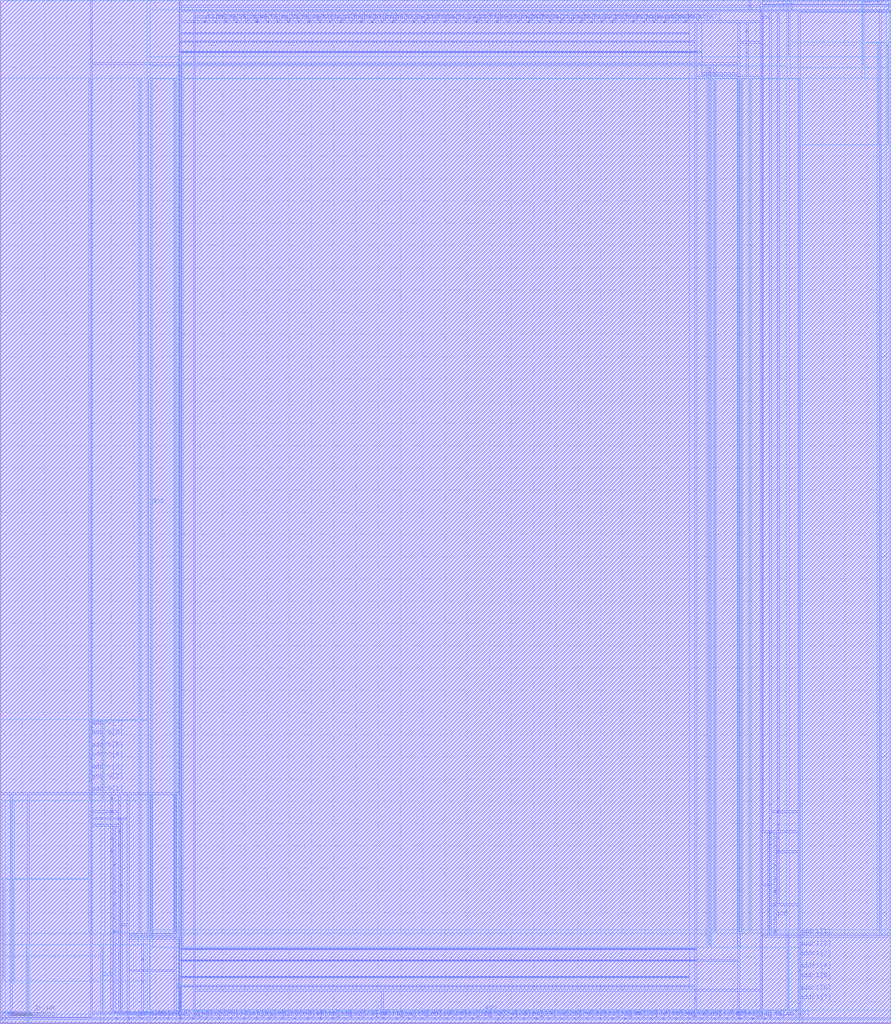
<source format=lef>
VERSION 5.4 ;
NAMESCASESENSITIVE ON ;
BUSBITCHARS "[]" ;
DIVIDERCHAR "/" ;
UNITS
  DATABASE MICRONS 2000 ;
END UNITS
MACRO freepdk45_sram_1w1r_256x48_12
   CLASS BLOCK ;
   SIZE 200.425 BY 230.19 ;
   SYMMETRY X Y R90 ;
   PIN din0[0]
      DIRECTION INPUT ;
      PORT
         LAYER metal3 ;
         RECT  40.465 1.1075 40.6 1.2425 ;
      END
   END din0[0]
   PIN din0[1]
      DIRECTION INPUT ;
      PORT
         LAYER metal3 ;
         RECT  43.325 1.1075 43.46 1.2425 ;
      END
   END din0[1]
   PIN din0[2]
      DIRECTION INPUT ;
      PORT
         LAYER metal3 ;
         RECT  46.185 1.1075 46.32 1.2425 ;
      END
   END din0[2]
   PIN din0[3]
      DIRECTION INPUT ;
      PORT
         LAYER metal3 ;
         RECT  49.045 1.1075 49.18 1.2425 ;
      END
   END din0[3]
   PIN din0[4]
      DIRECTION INPUT ;
      PORT
         LAYER metal3 ;
         RECT  51.905 1.1075 52.04 1.2425 ;
      END
   END din0[4]
   PIN din0[5]
      DIRECTION INPUT ;
      PORT
         LAYER metal3 ;
         RECT  54.765 1.1075 54.9 1.2425 ;
      END
   END din0[5]
   PIN din0[6]
      DIRECTION INPUT ;
      PORT
         LAYER metal3 ;
         RECT  57.625 1.1075 57.76 1.2425 ;
      END
   END din0[6]
   PIN din0[7]
      DIRECTION INPUT ;
      PORT
         LAYER metal3 ;
         RECT  60.485 1.1075 60.62 1.2425 ;
      END
   END din0[7]
   PIN din0[8]
      DIRECTION INPUT ;
      PORT
         LAYER metal3 ;
         RECT  63.345 1.1075 63.48 1.2425 ;
      END
   END din0[8]
   PIN din0[9]
      DIRECTION INPUT ;
      PORT
         LAYER metal3 ;
         RECT  66.205 1.1075 66.34 1.2425 ;
      END
   END din0[9]
   PIN din0[10]
      DIRECTION INPUT ;
      PORT
         LAYER metal3 ;
         RECT  69.065 1.1075 69.2 1.2425 ;
      END
   END din0[10]
   PIN din0[11]
      DIRECTION INPUT ;
      PORT
         LAYER metal3 ;
         RECT  71.925 1.1075 72.06 1.2425 ;
      END
   END din0[11]
   PIN din0[12]
      DIRECTION INPUT ;
      PORT
         LAYER metal3 ;
         RECT  74.785 1.1075 74.92 1.2425 ;
      END
   END din0[12]
   PIN din0[13]
      DIRECTION INPUT ;
      PORT
         LAYER metal3 ;
         RECT  77.645 1.1075 77.78 1.2425 ;
      END
   END din0[13]
   PIN din0[14]
      DIRECTION INPUT ;
      PORT
         LAYER metal3 ;
         RECT  80.505 1.1075 80.64 1.2425 ;
      END
   END din0[14]
   PIN din0[15]
      DIRECTION INPUT ;
      PORT
         LAYER metal3 ;
         RECT  83.365 1.1075 83.5 1.2425 ;
      END
   END din0[15]
   PIN din0[16]
      DIRECTION INPUT ;
      PORT
         LAYER metal3 ;
         RECT  86.225 1.1075 86.36 1.2425 ;
      END
   END din0[16]
   PIN din0[17]
      DIRECTION INPUT ;
      PORT
         LAYER metal3 ;
         RECT  89.085 1.1075 89.22 1.2425 ;
      END
   END din0[17]
   PIN din0[18]
      DIRECTION INPUT ;
      PORT
         LAYER metal3 ;
         RECT  91.945 1.1075 92.08 1.2425 ;
      END
   END din0[18]
   PIN din0[19]
      DIRECTION INPUT ;
      PORT
         LAYER metal3 ;
         RECT  94.805 1.1075 94.94 1.2425 ;
      END
   END din0[19]
   PIN din0[20]
      DIRECTION INPUT ;
      PORT
         LAYER metal3 ;
         RECT  97.665 1.1075 97.8 1.2425 ;
      END
   END din0[20]
   PIN din0[21]
      DIRECTION INPUT ;
      PORT
         LAYER metal3 ;
         RECT  100.525 1.1075 100.66 1.2425 ;
      END
   END din0[21]
   PIN din0[22]
      DIRECTION INPUT ;
      PORT
         LAYER metal3 ;
         RECT  103.385 1.1075 103.52 1.2425 ;
      END
   END din0[22]
   PIN din0[23]
      DIRECTION INPUT ;
      PORT
         LAYER metal3 ;
         RECT  106.245 1.1075 106.38 1.2425 ;
      END
   END din0[23]
   PIN din0[24]
      DIRECTION INPUT ;
      PORT
         LAYER metal3 ;
         RECT  109.105 1.1075 109.24 1.2425 ;
      END
   END din0[24]
   PIN din0[25]
      DIRECTION INPUT ;
      PORT
         LAYER metal3 ;
         RECT  111.965 1.1075 112.1 1.2425 ;
      END
   END din0[25]
   PIN din0[26]
      DIRECTION INPUT ;
      PORT
         LAYER metal3 ;
         RECT  114.825 1.1075 114.96 1.2425 ;
      END
   END din0[26]
   PIN din0[27]
      DIRECTION INPUT ;
      PORT
         LAYER metal3 ;
         RECT  117.685 1.1075 117.82 1.2425 ;
      END
   END din0[27]
   PIN din0[28]
      DIRECTION INPUT ;
      PORT
         LAYER metal3 ;
         RECT  120.545 1.1075 120.68 1.2425 ;
      END
   END din0[28]
   PIN din0[29]
      DIRECTION INPUT ;
      PORT
         LAYER metal3 ;
         RECT  123.405 1.1075 123.54 1.2425 ;
      END
   END din0[29]
   PIN din0[30]
      DIRECTION INPUT ;
      PORT
         LAYER metal3 ;
         RECT  126.265 1.1075 126.4 1.2425 ;
      END
   END din0[30]
   PIN din0[31]
      DIRECTION INPUT ;
      PORT
         LAYER metal3 ;
         RECT  129.125 1.1075 129.26 1.2425 ;
      END
   END din0[31]
   PIN din0[32]
      DIRECTION INPUT ;
      PORT
         LAYER metal3 ;
         RECT  131.985 1.1075 132.12 1.2425 ;
      END
   END din0[32]
   PIN din0[33]
      DIRECTION INPUT ;
      PORT
         LAYER metal3 ;
         RECT  134.845 1.1075 134.98 1.2425 ;
      END
   END din0[33]
   PIN din0[34]
      DIRECTION INPUT ;
      PORT
         LAYER metal3 ;
         RECT  137.705 1.1075 137.84 1.2425 ;
      END
   END din0[34]
   PIN din0[35]
      DIRECTION INPUT ;
      PORT
         LAYER metal3 ;
         RECT  140.565 1.1075 140.7 1.2425 ;
      END
   END din0[35]
   PIN din0[36]
      DIRECTION INPUT ;
      PORT
         LAYER metal3 ;
         RECT  143.425 1.1075 143.56 1.2425 ;
      END
   END din0[36]
   PIN din0[37]
      DIRECTION INPUT ;
      PORT
         LAYER metal3 ;
         RECT  146.285 1.1075 146.42 1.2425 ;
      END
   END din0[37]
   PIN din0[38]
      DIRECTION INPUT ;
      PORT
         LAYER metal3 ;
         RECT  149.145 1.1075 149.28 1.2425 ;
      END
   END din0[38]
   PIN din0[39]
      DIRECTION INPUT ;
      PORT
         LAYER metal3 ;
         RECT  152.005 1.1075 152.14 1.2425 ;
      END
   END din0[39]
   PIN din0[40]
      DIRECTION INPUT ;
      PORT
         LAYER metal3 ;
         RECT  154.865 1.1075 155.0 1.2425 ;
      END
   END din0[40]
   PIN din0[41]
      DIRECTION INPUT ;
      PORT
         LAYER metal3 ;
         RECT  157.725 1.1075 157.86 1.2425 ;
      END
   END din0[41]
   PIN din0[42]
      DIRECTION INPUT ;
      PORT
         LAYER metal3 ;
         RECT  160.585 1.1075 160.72 1.2425 ;
      END
   END din0[42]
   PIN din0[43]
      DIRECTION INPUT ;
      PORT
         LAYER metal3 ;
         RECT  163.445 1.1075 163.58 1.2425 ;
      END
   END din0[43]
   PIN din0[44]
      DIRECTION INPUT ;
      PORT
         LAYER metal3 ;
         RECT  166.305 1.1075 166.44 1.2425 ;
      END
   END din0[44]
   PIN din0[45]
      DIRECTION INPUT ;
      PORT
         LAYER metal3 ;
         RECT  169.165 1.1075 169.3 1.2425 ;
      END
   END din0[45]
   PIN din0[46]
      DIRECTION INPUT ;
      PORT
         LAYER metal3 ;
         RECT  172.025 1.1075 172.16 1.2425 ;
      END
   END din0[46]
   PIN din0[47]
      DIRECTION INPUT ;
      PORT
         LAYER metal3 ;
         RECT  174.885 1.1075 175.02 1.2425 ;
      END
   END din0[47]
   PIN addr0[0]
      DIRECTION INPUT ;
      PORT
         LAYER metal3 ;
         RECT  26.165 1.1075 26.3 1.2425 ;
      END
   END addr0[0]
   PIN addr0[1]
      DIRECTION INPUT ;
      PORT
         LAYER metal3 ;
         RECT  20.445 51.6775 20.58 51.8125 ;
      END
   END addr0[1]
   PIN addr0[2]
      DIRECTION INPUT ;
      PORT
         LAYER metal3 ;
         RECT  20.445 54.4075 20.58 54.5425 ;
      END
   END addr0[2]
   PIN addr0[3]
      DIRECTION INPUT ;
      PORT
         LAYER metal3 ;
         RECT  20.445 56.6175 20.58 56.7525 ;
      END
   END addr0[3]
   PIN addr0[4]
      DIRECTION INPUT ;
      PORT
         LAYER metal3 ;
         RECT  20.445 59.3475 20.58 59.4825 ;
      END
   END addr0[4]
   PIN addr0[5]
      DIRECTION INPUT ;
      PORT
         LAYER metal3 ;
         RECT  20.445 61.5575 20.58 61.6925 ;
      END
   END addr0[5]
   PIN addr0[6]
      DIRECTION INPUT ;
      PORT
         LAYER metal3 ;
         RECT  20.445 64.2875 20.58 64.4225 ;
      END
   END addr0[6]
   PIN addr0[7]
      DIRECTION INPUT ;
      PORT
         LAYER metal3 ;
         RECT  20.445 66.4975 20.58 66.6325 ;
      END
   END addr0[7]
   PIN addr1[0]
      DIRECTION INPUT ;
      PORT
         LAYER metal3 ;
         RECT  171.125 227.615 171.26 227.75 ;
      END
   END addr1[0]
   PIN addr1[1]
      DIRECTION INPUT ;
      PORT
         LAYER metal3 ;
         RECT  179.705 19.5675 179.84 19.7025 ;
      END
   END addr1[1]
   PIN addr1[2]
      DIRECTION INPUT ;
      PORT
         LAYER metal3 ;
         RECT  179.705 16.8375 179.84 16.9725 ;
      END
   END addr1[2]
   PIN addr1[3]
      DIRECTION INPUT ;
      PORT
         LAYER metal3 ;
         RECT  179.705 14.6275 179.84 14.7625 ;
      END
   END addr1[3]
   PIN addr1[4]
      DIRECTION INPUT ;
      PORT
         LAYER metal3 ;
         RECT  179.705 11.8975 179.84 12.0325 ;
      END
   END addr1[4]
   PIN addr1[5]
      DIRECTION INPUT ;
      PORT
         LAYER metal3 ;
         RECT  179.705 9.6875 179.84 9.8225 ;
      END
   END addr1[5]
   PIN addr1[6]
      DIRECTION INPUT ;
      PORT
         LAYER metal3 ;
         RECT  179.705 6.9575 179.84 7.0925 ;
      END
   END addr1[6]
   PIN addr1[7]
      DIRECTION INPUT ;
      PORT
         LAYER metal3 ;
         RECT  179.705 4.7475 179.84 4.8825 ;
      END
   END addr1[7]
   PIN csb0
      DIRECTION INPUT ;
      PORT
         LAYER metal3 ;
         RECT  0.285 1.1075 0.42 1.2425 ;
      END
   END csb0
   PIN csb1
      DIRECTION INPUT ;
      PORT
         LAYER metal3 ;
         RECT  200.005 228.9475 200.14 229.0825 ;
      END
   END csb1
   PIN clk0
      DIRECTION INPUT ;
      PORT
         LAYER metal3 ;
         RECT  6.2475 1.1925 6.3825 1.3275 ;
      END
   END clk0
   PIN clk1
      DIRECTION INPUT ;
      PORT
         LAYER metal3 ;
         RECT  193.9025 228.8625 194.0375 228.9975 ;
      END
   END clk1
   PIN wmask0[0]
      DIRECTION INPUT ;
      PORT
         LAYER metal3 ;
         RECT  29.025 1.1075 29.16 1.2425 ;
      END
   END wmask0[0]
   PIN wmask0[1]
      DIRECTION INPUT ;
      PORT
         LAYER metal3 ;
         RECT  31.885 1.1075 32.02 1.2425 ;
      END
   END wmask0[1]
   PIN wmask0[2]
      DIRECTION INPUT ;
      PORT
         LAYER metal3 ;
         RECT  34.745 1.1075 34.88 1.2425 ;
      END
   END wmask0[2]
   PIN wmask0[3]
      DIRECTION INPUT ;
      PORT
         LAYER metal3 ;
         RECT  37.605 1.1075 37.74 1.2425 ;
      END
   END wmask0[3]
   PIN dout1[0]
      DIRECTION OUTPUT ;
      PORT
         LAYER metal3 ;
         RECT  43.6125 225.1925 43.7475 225.3275 ;
      END
   END dout1[0]
   PIN dout1[1]
      DIRECTION OUTPUT ;
      PORT
         LAYER metal3 ;
         RECT  45.9625 225.1925 46.0975 225.3275 ;
      END
   END dout1[1]
   PIN dout1[2]
      DIRECTION OUTPUT ;
      PORT
         LAYER metal3 ;
         RECT  48.3125 225.1925 48.4475 225.3275 ;
      END
   END dout1[2]
   PIN dout1[3]
      DIRECTION OUTPUT ;
      PORT
         LAYER metal3 ;
         RECT  50.6625 225.1925 50.7975 225.3275 ;
      END
   END dout1[3]
   PIN dout1[4]
      DIRECTION OUTPUT ;
      PORT
         LAYER metal3 ;
         RECT  53.0125 225.1925 53.1475 225.3275 ;
      END
   END dout1[4]
   PIN dout1[5]
      DIRECTION OUTPUT ;
      PORT
         LAYER metal3 ;
         RECT  55.3625 225.1925 55.4975 225.3275 ;
      END
   END dout1[5]
   PIN dout1[6]
      DIRECTION OUTPUT ;
      PORT
         LAYER metal3 ;
         RECT  57.7125 225.1925 57.8475 225.3275 ;
      END
   END dout1[6]
   PIN dout1[7]
      DIRECTION OUTPUT ;
      PORT
         LAYER metal3 ;
         RECT  60.0625 225.1925 60.1975 225.3275 ;
      END
   END dout1[7]
   PIN dout1[8]
      DIRECTION OUTPUT ;
      PORT
         LAYER metal3 ;
         RECT  62.4125 225.1925 62.5475 225.3275 ;
      END
   END dout1[8]
   PIN dout1[9]
      DIRECTION OUTPUT ;
      PORT
         LAYER metal3 ;
         RECT  64.7625 225.1925 64.8975 225.3275 ;
      END
   END dout1[9]
   PIN dout1[10]
      DIRECTION OUTPUT ;
      PORT
         LAYER metal3 ;
         RECT  67.1125 225.1925 67.2475 225.3275 ;
      END
   END dout1[10]
   PIN dout1[11]
      DIRECTION OUTPUT ;
      PORT
         LAYER metal3 ;
         RECT  69.4625 225.1925 69.5975 225.3275 ;
      END
   END dout1[11]
   PIN dout1[12]
      DIRECTION OUTPUT ;
      PORT
         LAYER metal3 ;
         RECT  71.8125 225.1925 71.9475 225.3275 ;
      END
   END dout1[12]
   PIN dout1[13]
      DIRECTION OUTPUT ;
      PORT
         LAYER metal3 ;
         RECT  74.1625 225.1925 74.2975 225.3275 ;
      END
   END dout1[13]
   PIN dout1[14]
      DIRECTION OUTPUT ;
      PORT
         LAYER metal3 ;
         RECT  76.5125 225.1925 76.6475 225.3275 ;
      END
   END dout1[14]
   PIN dout1[15]
      DIRECTION OUTPUT ;
      PORT
         LAYER metal3 ;
         RECT  78.8625 225.1925 78.9975 225.3275 ;
      END
   END dout1[15]
   PIN dout1[16]
      DIRECTION OUTPUT ;
      PORT
         LAYER metal3 ;
         RECT  81.2125 225.1925 81.3475 225.3275 ;
      END
   END dout1[16]
   PIN dout1[17]
      DIRECTION OUTPUT ;
      PORT
         LAYER metal3 ;
         RECT  83.5625 225.1925 83.6975 225.3275 ;
      END
   END dout1[17]
   PIN dout1[18]
      DIRECTION OUTPUT ;
      PORT
         LAYER metal3 ;
         RECT  85.9125 225.1925 86.0475 225.3275 ;
      END
   END dout1[18]
   PIN dout1[19]
      DIRECTION OUTPUT ;
      PORT
         LAYER metal3 ;
         RECT  88.2625 225.1925 88.3975 225.3275 ;
      END
   END dout1[19]
   PIN dout1[20]
      DIRECTION OUTPUT ;
      PORT
         LAYER metal3 ;
         RECT  90.6125 225.1925 90.7475 225.3275 ;
      END
   END dout1[20]
   PIN dout1[21]
      DIRECTION OUTPUT ;
      PORT
         LAYER metal3 ;
         RECT  92.9625 225.1925 93.0975 225.3275 ;
      END
   END dout1[21]
   PIN dout1[22]
      DIRECTION OUTPUT ;
      PORT
         LAYER metal3 ;
         RECT  95.3125 225.1925 95.4475 225.3275 ;
      END
   END dout1[22]
   PIN dout1[23]
      DIRECTION OUTPUT ;
      PORT
         LAYER metal3 ;
         RECT  97.6625 225.1925 97.7975 225.3275 ;
      END
   END dout1[23]
   PIN dout1[24]
      DIRECTION OUTPUT ;
      PORT
         LAYER metal3 ;
         RECT  100.0125 225.1925 100.1475 225.3275 ;
      END
   END dout1[24]
   PIN dout1[25]
      DIRECTION OUTPUT ;
      PORT
         LAYER metal3 ;
         RECT  102.3625 225.1925 102.4975 225.3275 ;
      END
   END dout1[25]
   PIN dout1[26]
      DIRECTION OUTPUT ;
      PORT
         LAYER metal3 ;
         RECT  104.7125 225.1925 104.8475 225.3275 ;
      END
   END dout1[26]
   PIN dout1[27]
      DIRECTION OUTPUT ;
      PORT
         LAYER metal3 ;
         RECT  107.0625 225.1925 107.1975 225.3275 ;
      END
   END dout1[27]
   PIN dout1[28]
      DIRECTION OUTPUT ;
      PORT
         LAYER metal3 ;
         RECT  109.4125 225.1925 109.5475 225.3275 ;
      END
   END dout1[28]
   PIN dout1[29]
      DIRECTION OUTPUT ;
      PORT
         LAYER metal3 ;
         RECT  111.7625 225.1925 111.8975 225.3275 ;
      END
   END dout1[29]
   PIN dout1[30]
      DIRECTION OUTPUT ;
      PORT
         LAYER metal3 ;
         RECT  114.1125 225.1925 114.2475 225.3275 ;
      END
   END dout1[30]
   PIN dout1[31]
      DIRECTION OUTPUT ;
      PORT
         LAYER metal3 ;
         RECT  116.4625 225.1925 116.5975 225.3275 ;
      END
   END dout1[31]
   PIN dout1[32]
      DIRECTION OUTPUT ;
      PORT
         LAYER metal3 ;
         RECT  118.8125 225.1925 118.9475 225.3275 ;
      END
   END dout1[32]
   PIN dout1[33]
      DIRECTION OUTPUT ;
      PORT
         LAYER metal3 ;
         RECT  121.1625 225.1925 121.2975 225.3275 ;
      END
   END dout1[33]
   PIN dout1[34]
      DIRECTION OUTPUT ;
      PORT
         LAYER metal3 ;
         RECT  123.5125 225.1925 123.6475 225.3275 ;
      END
   END dout1[34]
   PIN dout1[35]
      DIRECTION OUTPUT ;
      PORT
         LAYER metal3 ;
         RECT  125.8625 225.1925 125.9975 225.3275 ;
      END
   END dout1[35]
   PIN dout1[36]
      DIRECTION OUTPUT ;
      PORT
         LAYER metal3 ;
         RECT  128.2125 225.1925 128.3475 225.3275 ;
      END
   END dout1[36]
   PIN dout1[37]
      DIRECTION OUTPUT ;
      PORT
         LAYER metal3 ;
         RECT  130.5625 225.1925 130.6975 225.3275 ;
      END
   END dout1[37]
   PIN dout1[38]
      DIRECTION OUTPUT ;
      PORT
         LAYER metal3 ;
         RECT  132.9125 225.1925 133.0475 225.3275 ;
      END
   END dout1[38]
   PIN dout1[39]
      DIRECTION OUTPUT ;
      PORT
         LAYER metal3 ;
         RECT  135.2625 225.1925 135.3975 225.3275 ;
      END
   END dout1[39]
   PIN dout1[40]
      DIRECTION OUTPUT ;
      PORT
         LAYER metal3 ;
         RECT  137.6125 225.1925 137.7475 225.3275 ;
      END
   END dout1[40]
   PIN dout1[41]
      DIRECTION OUTPUT ;
      PORT
         LAYER metal3 ;
         RECT  139.9625 225.1925 140.0975 225.3275 ;
      END
   END dout1[41]
   PIN dout1[42]
      DIRECTION OUTPUT ;
      PORT
         LAYER metal3 ;
         RECT  142.3125 225.1925 142.4475 225.3275 ;
      END
   END dout1[42]
   PIN dout1[43]
      DIRECTION OUTPUT ;
      PORT
         LAYER metal3 ;
         RECT  144.6625 225.1925 144.7975 225.3275 ;
      END
   END dout1[43]
   PIN dout1[44]
      DIRECTION OUTPUT ;
      PORT
         LAYER metal3 ;
         RECT  147.0125 225.1925 147.1475 225.3275 ;
      END
   END dout1[44]
   PIN dout1[45]
      DIRECTION OUTPUT ;
      PORT
         LAYER metal3 ;
         RECT  149.3625 225.1925 149.4975 225.3275 ;
      END
   END dout1[45]
   PIN dout1[46]
      DIRECTION OUTPUT ;
      PORT
         LAYER metal3 ;
         RECT  151.7125 225.1925 151.8475 225.3275 ;
      END
   END dout1[46]
   PIN dout1[47]
      DIRECTION OUTPUT ;
      PORT
         LAYER metal3 ;
         RECT  154.0625 225.1925 154.1975 225.3275 ;
      END
   END dout1[47]
   PIN vdd
      DIRECTION INOUT ;
      USE POWER ; 
      SHAPE ABUTMENT ; 
      PORT
         LAYER metal3 ;
         RECT  28.7425 2.4725 28.8775 2.6075 ;
         LAYER metal3 ;
         RECT  156.3775 7.4475 156.5125 7.5825 ;
         LAYER metal3 ;
         RECT  173.1325 43.0975 173.2675 43.2325 ;
         LAYER metal4 ;
         RECT  33.28 20.67 33.42 212.24 ;
         LAYER metal3 ;
         RECT  85.9425 2.4725 86.0775 2.6075 ;
         LAYER metal3 ;
         RECT  166.0225 2.4725 166.1575 2.6075 ;
         LAYER metal4 ;
         RECT  179.985 3.315 180.125 20.81 ;
         LAYER metal4 ;
         RECT  20.16 50.57 20.3 68.065 ;
         LAYER metal3 ;
         RECT  2.425 2.4725 2.56 2.6075 ;
         LAYER metal3 ;
         RECT  166.055 212.74 166.19 212.875 ;
         LAYER metal3 ;
         RECT  39.2825 19.1775 39.4175 19.3125 ;
         LAYER metal4 ;
         RECT  39.28 20.67 39.42 212.17 ;
         LAYER metal3 ;
         RECT  31.99 11.9075 32.125 12.0425 ;
         LAYER metal3 ;
         RECT  172.7875 31.1375 172.9225 31.2725 ;
         LAYER metal4 ;
         RECT  177.265 217.7 177.405 227.72 ;
         LAYER metal3 ;
         RECT  51.6225 2.4725 51.7575 2.6075 ;
         LAYER metal3 ;
         RECT  131.7025 2.4725 131.8375 2.6075 ;
         LAYER metal3 ;
         RECT  26.8225 46.0875 26.9575 46.2225 ;
         LAYER metal3 ;
         RECT  74.5025 2.4725 74.6375 2.6075 ;
         LAYER metal3 ;
         RECT  40.4275 8.415 154.8675 8.485 ;
         LAYER metal4 ;
         RECT  40.36 17.5 40.5 215.09 ;
         LAYER metal3 ;
         RECT  171.4075 226.25 171.5425 226.385 ;
         LAYER metal3 ;
         RECT  154.5825 2.4725 154.7175 2.6075 ;
         LAYER metal3 ;
         RECT  40.4275 215.785 157.6875 215.855 ;
         LAYER metal3 ;
         RECT  40.1825 2.4725 40.3175 2.6075 ;
         LAYER metal4 ;
         RECT  0.6875 9.8475 0.8275 32.25 ;
         LAYER metal4 ;
         RECT  160.67 20.67 160.81 212.17 ;
         LAYER metal3 ;
         RECT  27.1675 22.1675 27.3025 22.3025 ;
         LAYER metal3 ;
         RECT  26.8225 43.0975 26.9575 43.2325 ;
         LAYER metal4 ;
         RECT  159.59 17.5 159.73 215.09 ;
         LAYER metal3 ;
         RECT  40.4275 16.805 156.5125 16.875 ;
         LAYER metal3 ;
         RECT  160.6725 213.5275 160.8075 213.6625 ;
         LAYER metal4 ;
         RECT  199.5975 197.94 199.7375 220.3425 ;
         LAYER metal4 ;
         RECT  166.67 20.67 166.81 212.24 ;
         LAYER metal3 ;
         RECT  172.7875 25.1575 172.9225 25.2925 ;
         LAYER metal3 ;
         RECT  27.1675 34.1275 27.3025 34.2625 ;
         LAYER metal4 ;
         RECT  22.88 2.47 23.02 17.43 ;
         LAYER metal3 ;
         RECT  25.8825 2.4725 26.0175 2.6075 ;
         LAYER metal3 ;
         RECT  120.2625 2.4725 120.3975 2.6075 ;
         LAYER metal3 ;
         RECT  173.1325 46.0875 173.2675 46.2225 ;
         LAYER metal3 ;
         RECT  172.7875 22.1675 172.9225 22.3025 ;
         LAYER metal3 ;
         RECT  27.1675 31.1375 27.3025 31.2725 ;
         LAYER metal3 ;
         RECT  27.1675 25.1575 27.3025 25.2925 ;
         LAYER metal3 ;
         RECT  172.7875 34.1275 172.9225 34.2625 ;
         LAYER metal3 ;
         RECT  173.1325 40.1075 173.2675 40.2425 ;
         LAYER metal3 ;
         RECT  197.865 227.5825 198.0 227.7175 ;
         LAYER metal3 ;
         RECT  40.4275 222.6375 154.8675 222.7075 ;
         LAYER metal3 ;
         RECT  40.2925 7.4475 40.4275 7.5825 ;
         LAYER metal3 ;
         RECT  26.8225 49.0775 26.9575 49.2125 ;
         LAYER metal3 ;
         RECT  97.3825 2.4725 97.5175 2.6075 ;
         LAYER metal3 ;
         RECT  143.1425 2.4725 143.2775 2.6075 ;
         LAYER metal3 ;
         RECT  173.1325 49.0775 173.2675 49.2125 ;
         LAYER metal3 ;
         RECT  167.965 220.6175 168.1 220.7525 ;
         LAYER metal3 ;
         RECT  26.8225 40.1075 26.9575 40.2425 ;
         LAYER metal3 ;
         RECT  33.9 19.965 34.035 20.1 ;
         LAYER metal3 ;
         RECT  63.0625 2.4725 63.1975 2.6075 ;
         LAYER metal3 ;
         RECT  108.8225 2.4725 108.9575 2.6075 ;
      END
   END vdd
   PIN gnd
      DIRECTION INOUT ;
      USE GROUND ; 
      SHAPE ABUTMENT ; 
      PORT
         LAYER metal3 ;
         RECT  25.015 44.5925 25.15 44.7275 ;
         LAYER metal4 ;
         RECT  23.02 50.505 23.16 68.0 ;
         LAYER metal3 ;
         RECT  111.6825 0.0025 111.8175 0.1375 ;
         LAYER metal3 ;
         RECT  174.94 47.5825 175.075 47.7175 ;
         LAYER metal3 ;
         RECT  100.2425 0.0025 100.3775 0.1375 ;
         LAYER metal3 ;
         RECT  31.99 9.4375 32.125 9.5725 ;
         LAYER metal3 ;
         RECT  40.2925 5.6275 40.4275 5.7625 ;
         LAYER metal3 ;
         RECT  54.4825 0.0025 54.6175 0.1375 ;
         LAYER metal3 ;
         RECT  40.4275 218.405 156.545 218.475 ;
         LAYER metal3 ;
         RECT  25.015 38.6125 25.15 38.7475 ;
         LAYER metal3 ;
         RECT  40.4275 220.745 154.9025 220.815 ;
         LAYER metal3 ;
         RECT  25.64 20.6725 25.775 20.8075 ;
         LAYER metal3 ;
         RECT  167.965 218.1475 168.1 218.2825 ;
         LAYER metal3 ;
         RECT  25.015 47.5825 25.15 47.7175 ;
         LAYER metal3 ;
         RECT  174.315 26.6525 174.45 26.7875 ;
         LAYER metal4 ;
         RECT  177.125 3.38 177.265 20.875 ;
         LAYER metal3 ;
         RECT  25.64 26.6525 25.775 26.7875 ;
         LAYER metal4 ;
         RECT  166.11 20.6375 166.25 212.2025 ;
         LAYER metal3 ;
         RECT  168.8825 0.0025 169.0175 0.1375 ;
         LAYER metal4 ;
         RECT  194.04 215.23 194.18 230.19 ;
         LAYER metal3 ;
         RECT  174.94 38.6125 175.075 38.7475 ;
         LAYER metal3 ;
         RECT  40.4275 14.185 156.545 14.255 ;
         LAYER metal3 ;
         RECT  77.3625 0.0025 77.4975 0.1375 ;
         LAYER metal3 ;
         RECT  174.315 32.6325 174.45 32.7675 ;
         LAYER metal4 ;
         RECT  31.345 20.6375 31.485 212.24 ;
         LAYER metal3 ;
         RECT  156.3775 5.6275 156.5125 5.7625 ;
         LAYER metal3 ;
         RECT  25.64 32.6325 25.775 32.7675 ;
         LAYER metal4 ;
         RECT  40.82 17.5 40.96 215.09 ;
         LAYER metal4 ;
         RECT  6.105 0.0 6.245 14.96 ;
         LAYER metal3 ;
         RECT  25.64 23.6625 25.775 23.7975 ;
         LAYER metal3 ;
         RECT  123.1225 0.0025 123.2575 0.1375 ;
         LAYER metal3 ;
         RECT  31.99 14.3775 32.125 14.5125 ;
         LAYER metal4 ;
         RECT  2.75 9.88 2.89 32.2825 ;
         LAYER metal3 ;
         RECT  25.64 35.6225 25.775 35.7575 ;
         LAYER metal3 ;
         RECT  174.94 44.5925 175.075 44.7275 ;
         LAYER metal3 ;
         RECT  25.015 41.6025 25.15 41.7375 ;
         LAYER metal3 ;
         RECT  174.315 29.6425 174.45 29.7775 ;
         LAYER metal3 ;
         RECT  197.865 230.0525 198.0 230.1875 ;
         LAYER metal3 ;
         RECT  28.7425 0.0025 28.8775 0.1375 ;
         LAYER metal3 ;
         RECT  40.4275 10.465 154.8675 10.535 ;
         LAYER metal3 ;
         RECT  168.5475 228.72 168.6825 228.855 ;
         LAYER metal4 ;
         RECT  197.535 197.9075 197.675 220.31 ;
         LAYER metal3 ;
         RECT  31.6025 0.0025 31.7375 0.1375 ;
         LAYER metal3 ;
         RECT  146.0025 0.0025 146.1375 0.1375 ;
         LAYER metal3 ;
         RECT  65.9225 0.0025 66.0575 0.1375 ;
         LAYER metal3 ;
         RECT  157.4425 0.0025 157.5775 0.1375 ;
         LAYER metal3 ;
         RECT  134.5625 0.0025 134.6975 0.1375 ;
         LAYER metal3 ;
         RECT  174.315 35.6225 174.45 35.7575 ;
         LAYER metal3 ;
         RECT  174.94 41.6025 175.075 41.7375 ;
         LAYER metal3 ;
         RECT  2.425 0.0025 2.56 0.1375 ;
         LAYER metal3 ;
         RECT  167.965 223.0875 168.1 223.2225 ;
         LAYER metal3 ;
         RECT  174.315 20.6725 174.45 20.8075 ;
         LAYER metal4 ;
         RECT  168.605 20.6375 168.745 212.24 ;
         LAYER metal3 ;
         RECT  174.94 50.5725 175.075 50.7075 ;
         LAYER metal3 ;
         RECT  25.64 29.6425 25.775 29.7775 ;
         LAYER metal3 ;
         RECT  43.0425 0.0025 43.1775 0.1375 ;
         LAYER metal4 ;
         RECT  159.13 17.5 159.27 215.09 ;
         LAYER metal3 ;
         RECT  88.8025 0.0025 88.9375 0.1375 ;
         LAYER metal3 ;
         RECT  25.015 50.5725 25.15 50.7075 ;
         LAYER metal3 ;
         RECT  174.315 23.6625 174.45 23.7975 ;
         LAYER metal4 ;
         RECT  33.84 20.6375 33.98 212.2025 ;
      END
   END gnd
   OBS
   LAYER  metal1 ;
      RECT  0.14 0.14 200.285 230.05 ;
   LAYER  metal2 ;
      RECT  0.14 0.14 200.285 230.05 ;
   LAYER  metal3 ;
      RECT  40.325 0.14 40.74 0.9675 ;
      RECT  40.74 0.9675 43.185 1.3825 ;
      RECT  43.6 0.9675 46.045 1.3825 ;
      RECT  46.46 0.9675 48.905 1.3825 ;
      RECT  49.32 0.9675 51.765 1.3825 ;
      RECT  52.18 0.9675 54.625 1.3825 ;
      RECT  55.04 0.9675 57.485 1.3825 ;
      RECT  57.9 0.9675 60.345 1.3825 ;
      RECT  60.76 0.9675 63.205 1.3825 ;
      RECT  63.62 0.9675 66.065 1.3825 ;
      RECT  66.48 0.9675 68.925 1.3825 ;
      RECT  69.34 0.9675 71.785 1.3825 ;
      RECT  72.2 0.9675 74.645 1.3825 ;
      RECT  75.06 0.9675 77.505 1.3825 ;
      RECT  77.92 0.9675 80.365 1.3825 ;
      RECT  80.78 0.9675 83.225 1.3825 ;
      RECT  83.64 0.9675 86.085 1.3825 ;
      RECT  86.5 0.9675 88.945 1.3825 ;
      RECT  89.36 0.9675 91.805 1.3825 ;
      RECT  92.22 0.9675 94.665 1.3825 ;
      RECT  95.08 0.9675 97.525 1.3825 ;
      RECT  97.94 0.9675 100.385 1.3825 ;
      RECT  100.8 0.9675 103.245 1.3825 ;
      RECT  103.66 0.9675 106.105 1.3825 ;
      RECT  106.52 0.9675 108.965 1.3825 ;
      RECT  109.38 0.9675 111.825 1.3825 ;
      RECT  112.24 0.9675 114.685 1.3825 ;
      RECT  115.1 0.9675 117.545 1.3825 ;
      RECT  117.96 0.9675 120.405 1.3825 ;
      RECT  120.82 0.9675 123.265 1.3825 ;
      RECT  123.68 0.9675 126.125 1.3825 ;
      RECT  126.54 0.9675 128.985 1.3825 ;
      RECT  129.4 0.9675 131.845 1.3825 ;
      RECT  132.26 0.9675 134.705 1.3825 ;
      RECT  135.12 0.9675 137.565 1.3825 ;
      RECT  137.98 0.9675 140.425 1.3825 ;
      RECT  140.84 0.9675 143.285 1.3825 ;
      RECT  143.7 0.9675 146.145 1.3825 ;
      RECT  146.56 0.9675 149.005 1.3825 ;
      RECT  149.42 0.9675 151.865 1.3825 ;
      RECT  152.28 0.9675 154.725 1.3825 ;
      RECT  155.14 0.9675 157.585 1.3825 ;
      RECT  158.0 0.9675 160.445 1.3825 ;
      RECT  160.86 0.9675 163.305 1.3825 ;
      RECT  163.72 0.9675 166.165 1.3825 ;
      RECT  166.58 0.9675 169.025 1.3825 ;
      RECT  169.44 0.9675 171.885 1.3825 ;
      RECT  172.3 0.9675 174.745 1.3825 ;
      RECT  175.16 0.9675 200.285 1.3825 ;
      RECT  0.14 51.5375 20.305 51.9525 ;
      RECT  0.14 51.9525 20.305 230.05 ;
      RECT  20.305 1.3825 20.72 51.5375 ;
      RECT  20.72 51.5375 40.325 51.9525 ;
      RECT  20.305 51.9525 20.72 54.2675 ;
      RECT  20.305 54.6825 20.72 56.4775 ;
      RECT  20.305 56.8925 20.72 59.2075 ;
      RECT  20.305 59.6225 20.72 61.4175 ;
      RECT  20.305 61.8325 20.72 64.1475 ;
      RECT  20.305 64.5625 20.72 66.3575 ;
      RECT  20.305 66.7725 20.72 230.05 ;
      RECT  40.74 227.475 170.985 227.89 ;
      RECT  170.985 227.89 171.4 230.05 ;
      RECT  171.4 1.3825 179.565 19.4275 ;
      RECT  171.4 19.4275 179.565 19.8425 ;
      RECT  179.565 19.8425 179.98 227.475 ;
      RECT  179.98 1.3825 200.285 19.4275 ;
      RECT  179.98 19.4275 200.285 19.8425 ;
      RECT  179.565 17.1125 179.98 19.4275 ;
      RECT  179.565 14.9025 179.98 16.6975 ;
      RECT  179.565 12.1725 179.98 14.4875 ;
      RECT  179.565 9.9625 179.98 11.7575 ;
      RECT  179.565 7.2325 179.98 9.5475 ;
      RECT  179.565 1.3825 179.98 4.6075 ;
      RECT  179.565 5.0225 179.98 6.8175 ;
      RECT  0.14 0.9675 0.145 1.3825 ;
      RECT  199.865 227.89 200.28 228.8075 ;
      RECT  199.865 229.2225 200.28 230.05 ;
      RECT  200.28 227.89 200.285 228.8075 ;
      RECT  200.28 228.8075 200.285 229.2225 ;
      RECT  200.28 229.2225 200.285 230.05 ;
      RECT  0.14 1.3825 6.1075 1.4675 ;
      RECT  6.1075 1.4675 6.5225 51.5375 ;
      RECT  6.5225 1.3825 20.305 1.4675 ;
      RECT  6.5225 1.4675 20.305 51.5375 ;
      RECT  0.56 0.9675 6.1075 1.0525 ;
      RECT  0.56 1.0525 6.1075 1.3825 ;
      RECT  6.1075 0.9675 6.5225 1.0525 ;
      RECT  6.5225 0.9675 26.025 1.0525 ;
      RECT  6.5225 1.0525 26.025 1.3825 ;
      RECT  171.4 227.89 193.7625 228.7225 ;
      RECT  171.4 228.7225 193.7625 228.8075 ;
      RECT  193.7625 227.89 194.1775 228.7225 ;
      RECT  194.1775 227.89 199.865 228.7225 ;
      RECT  194.1775 228.7225 199.865 228.8075 ;
      RECT  171.4 228.8075 193.7625 229.1375 ;
      RECT  171.4 229.1375 193.7625 229.2225 ;
      RECT  193.7625 229.1375 194.1775 229.2225 ;
      RECT  194.1775 228.8075 199.865 229.1375 ;
      RECT  194.1775 229.1375 199.865 229.2225 ;
      RECT  26.44 0.9675 28.885 1.3825 ;
      RECT  29.3 0.9675 31.745 1.3825 ;
      RECT  32.16 0.9675 34.605 1.3825 ;
      RECT  35.02 0.9675 37.465 1.3825 ;
      RECT  37.88 0.9675 40.325 1.3825 ;
      RECT  40.74 225.0525 43.4725 225.4675 ;
      RECT  40.74 225.4675 43.4725 227.475 ;
      RECT  43.4725 225.4675 43.8875 227.475 ;
      RECT  43.8875 225.4675 170.985 227.475 ;
      RECT  43.8875 225.0525 45.8225 225.4675 ;
      RECT  46.2375 225.0525 48.1725 225.4675 ;
      RECT  48.5875 225.0525 50.5225 225.4675 ;
      RECT  50.9375 225.0525 52.8725 225.4675 ;
      RECT  53.2875 225.0525 55.2225 225.4675 ;
      RECT  55.6375 225.0525 57.5725 225.4675 ;
      RECT  57.9875 225.0525 59.9225 225.4675 ;
      RECT  60.3375 225.0525 62.2725 225.4675 ;
      RECT  62.6875 225.0525 64.6225 225.4675 ;
      RECT  65.0375 225.0525 66.9725 225.4675 ;
      RECT  67.3875 225.0525 69.3225 225.4675 ;
      RECT  69.7375 225.0525 71.6725 225.4675 ;
      RECT  72.0875 225.0525 74.0225 225.4675 ;
      RECT  74.4375 225.0525 76.3725 225.4675 ;
      RECT  76.7875 225.0525 78.7225 225.4675 ;
      RECT  79.1375 225.0525 81.0725 225.4675 ;
      RECT  81.4875 225.0525 83.4225 225.4675 ;
      RECT  83.8375 225.0525 85.7725 225.4675 ;
      RECT  86.1875 225.0525 88.1225 225.4675 ;
      RECT  88.5375 225.0525 90.4725 225.4675 ;
      RECT  90.8875 225.0525 92.8225 225.4675 ;
      RECT  93.2375 225.0525 95.1725 225.4675 ;
      RECT  95.5875 225.0525 97.5225 225.4675 ;
      RECT  97.9375 225.0525 99.8725 225.4675 ;
      RECT  100.2875 225.0525 102.2225 225.4675 ;
      RECT  102.6375 225.0525 104.5725 225.4675 ;
      RECT  104.9875 225.0525 106.9225 225.4675 ;
      RECT  107.3375 225.0525 109.2725 225.4675 ;
      RECT  109.6875 225.0525 111.6225 225.4675 ;
      RECT  112.0375 225.0525 113.9725 225.4675 ;
      RECT  114.3875 225.0525 116.3225 225.4675 ;
      RECT  116.7375 225.0525 118.6725 225.4675 ;
      RECT  119.0875 225.0525 121.0225 225.4675 ;
      RECT  121.4375 225.0525 123.3725 225.4675 ;
      RECT  123.7875 225.0525 125.7225 225.4675 ;
      RECT  126.1375 225.0525 128.0725 225.4675 ;
      RECT  128.4875 225.0525 130.4225 225.4675 ;
      RECT  130.8375 225.0525 132.7725 225.4675 ;
      RECT  133.1875 225.0525 135.1225 225.4675 ;
      RECT  135.5375 225.0525 137.4725 225.4675 ;
      RECT  137.8875 225.0525 139.8225 225.4675 ;
      RECT  140.2375 225.0525 142.1725 225.4675 ;
      RECT  142.5875 225.0525 144.5225 225.4675 ;
      RECT  144.9375 225.0525 146.8725 225.4675 ;
      RECT  147.2875 225.0525 149.2225 225.4675 ;
      RECT  149.6375 225.0525 151.5725 225.4675 ;
      RECT  151.9875 225.0525 153.9225 225.4675 ;
      RECT  154.3375 225.0525 170.985 225.4675 ;
      RECT  20.72 1.3825 28.6025 2.3325 ;
      RECT  28.6025 1.3825 29.0175 2.3325 ;
      RECT  28.6025 2.7475 29.0175 51.5375 ;
      RECT  29.0175 1.3825 40.325 2.3325 ;
      RECT  43.8875 7.3075 156.2375 7.7225 ;
      RECT  156.6525 7.3075 170.985 7.7225 ;
      RECT  171.4 42.9575 172.9925 43.3725 ;
      RECT  173.4075 42.9575 179.565 43.3725 ;
      RECT  43.8875 1.3825 85.8025 2.3325 ;
      RECT  43.8875 2.7475 85.8025 7.3075 ;
      RECT  85.8025 1.3825 86.2175 2.3325 ;
      RECT  85.8025 2.7475 86.2175 7.3075 ;
      RECT  86.2175 1.3825 156.2375 2.3325 ;
      RECT  86.2175 2.7475 156.2375 7.3075 ;
      RECT  156.6525 1.3825 165.8825 2.3325 ;
      RECT  156.6525 2.3325 165.8825 2.7475 ;
      RECT  156.6525 2.7475 165.8825 7.3075 ;
      RECT  165.8825 1.3825 166.2975 2.3325 ;
      RECT  165.8825 2.7475 166.2975 7.3075 ;
      RECT  166.2975 1.3825 170.985 2.3325 ;
      RECT  166.2975 2.3325 170.985 2.7475 ;
      RECT  166.2975 2.7475 170.985 7.3075 ;
      RECT  0.14 1.4675 2.285 2.3325 ;
      RECT  0.14 2.3325 2.285 2.7475 ;
      RECT  0.14 2.7475 2.285 51.5375 ;
      RECT  2.285 1.4675 2.7 2.3325 ;
      RECT  2.285 2.7475 2.7 51.5375 ;
      RECT  2.7 1.4675 6.1075 2.3325 ;
      RECT  2.7 2.3325 6.1075 2.7475 ;
      RECT  2.7 2.7475 6.1075 51.5375 ;
      RECT  156.6525 212.6 165.915 213.015 ;
      RECT  165.915 7.7225 166.33 212.6 ;
      RECT  165.915 213.015 166.33 225.0525 ;
      RECT  166.33 7.7225 170.985 212.6 ;
      RECT  166.33 212.6 170.985 213.015 ;
      RECT  29.0175 19.0375 39.1425 19.4525 ;
      RECT  39.1425 2.7475 39.5575 19.0375 ;
      RECT  39.1425 19.4525 39.5575 51.5375 ;
      RECT  39.5575 19.0375 40.325 19.4525 ;
      RECT  39.5575 19.4525 40.325 51.5375 ;
      RECT  29.0175 2.7475 31.85 11.7675 ;
      RECT  29.0175 11.7675 31.85 12.1825 ;
      RECT  29.0175 12.1825 31.85 19.0375 ;
      RECT  32.265 2.7475 39.1425 11.7675 ;
      RECT  32.265 11.7675 39.1425 12.1825 ;
      RECT  32.265 12.1825 39.1425 19.0375 ;
      RECT  171.4 19.8425 172.6475 30.9975 ;
      RECT  171.4 30.9975 172.6475 31.4125 ;
      RECT  171.4 31.4125 172.6475 42.9575 ;
      RECT  173.0625 19.8425 173.4075 30.9975 ;
      RECT  173.0625 30.9975 173.4075 31.4125 ;
      RECT  43.8875 2.3325 51.4825 2.7475 ;
      RECT  20.72 45.9475 26.6825 46.3625 ;
      RECT  27.0975 45.9475 28.6025 46.3625 ;
      RECT  27.0975 46.3625 28.6025 51.5375 ;
      RECT  74.7775 2.3325 85.8025 2.7475 ;
      RECT  40.74 1.3825 43.4725 8.275 ;
      RECT  43.4725 1.3825 43.8875 8.275 ;
      RECT  43.8875 7.7225 155.0075 8.275 ;
      RECT  155.0075 7.7225 156.2375 8.275 ;
      RECT  155.0075 8.275 156.2375 8.625 ;
      RECT  39.5575 8.275 40.2875 8.625 ;
      RECT  39.5575 8.625 40.2875 19.0375 ;
      RECT  170.985 1.3825 171.2675 226.11 ;
      RECT  170.985 226.11 171.2675 226.525 ;
      RECT  170.985 226.525 171.2675 227.475 ;
      RECT  171.2675 1.3825 171.4 226.11 ;
      RECT  171.2675 226.525 171.4 227.475 ;
      RECT  171.4 43.3725 171.6825 226.11 ;
      RECT  171.4 226.525 171.6825 227.475 ;
      RECT  171.6825 43.3725 172.9925 226.11 ;
      RECT  171.6825 226.11 172.9925 226.525 ;
      RECT  171.6825 226.525 172.9925 227.475 ;
      RECT  154.8575 2.3325 156.2375 2.7475 ;
      RECT  20.72 51.9525 40.2875 215.645 ;
      RECT  20.72 215.645 40.2875 215.995 ;
      RECT  20.72 215.995 40.2875 230.05 ;
      RECT  40.2875 51.9525 40.325 215.645 ;
      RECT  156.6525 213.015 157.8275 215.645 ;
      RECT  157.8275 215.645 165.915 215.995 ;
      RECT  157.8275 215.995 165.915 225.0525 ;
      RECT  29.0175 2.3325 40.0425 2.7475 ;
      RECT  40.325 1.3825 40.4575 2.3325 ;
      RECT  40.4575 1.3825 40.74 2.3325 ;
      RECT  40.4575 2.3325 40.74 2.7475 ;
      RECT  26.6825 2.7475 27.0275 22.0275 ;
      RECT  26.6825 22.0275 27.0275 22.4425 ;
      RECT  27.0275 2.7475 27.0975 22.0275 ;
      RECT  27.0975 2.7475 27.4425 22.0275 ;
      RECT  27.4425 2.7475 28.6025 22.0275 ;
      RECT  27.4425 22.0275 28.6025 22.4425 ;
      RECT  27.4425 22.4425 28.6025 45.9475 ;
      RECT  26.6825 43.3725 27.0275 45.9475 ;
      RECT  27.0275 43.3725 27.0975 45.9475 ;
      RECT  40.2875 17.015 40.325 19.0375 ;
      RECT  156.2375 17.015 156.6525 215.645 ;
      RECT  40.325 17.015 40.74 215.645 ;
      RECT  40.74 17.015 43.4725 215.645 ;
      RECT  43.4725 17.015 43.8875 215.645 ;
      RECT  43.8875 17.015 155.0075 215.645 ;
      RECT  155.0075 17.015 156.2375 215.645 ;
      RECT  157.8275 213.015 160.5325 213.3875 ;
      RECT  157.8275 213.3875 160.5325 213.8025 ;
      RECT  157.8275 213.8025 160.5325 215.645 ;
      RECT  160.5325 213.015 160.9475 213.3875 ;
      RECT  160.5325 213.8025 160.9475 215.645 ;
      RECT  160.9475 213.015 165.915 213.3875 ;
      RECT  160.9475 213.3875 165.915 213.8025 ;
      RECT  160.9475 213.8025 165.915 215.645 ;
      RECT  172.6475 25.4325 172.9925 30.9975 ;
      RECT  172.9925 25.4325 173.0625 30.9975 ;
      RECT  27.0975 34.4025 27.4425 45.9475 ;
      RECT  20.72 2.3325 25.7425 2.7475 ;
      RECT  26.1575 2.3325 28.6025 2.7475 ;
      RECT  120.5375 2.3325 131.5625 2.7475 ;
      RECT  172.9925 43.3725 173.4075 45.9475 ;
      RECT  172.6475 19.8425 172.9925 22.0275 ;
      RECT  172.6475 22.4425 172.9925 25.0175 ;
      RECT  172.9925 19.8425 173.0625 22.0275 ;
      RECT  172.9925 22.4425 173.0625 25.0175 ;
      RECT  27.0975 31.4125 27.4425 33.9875 ;
      RECT  27.0275 31.4125 27.0975 33.9875 ;
      RECT  27.0975 22.4425 27.4425 25.0175 ;
      RECT  27.0975 25.4325 27.4425 30.9975 ;
      RECT  27.0275 22.4425 27.0975 25.0175 ;
      RECT  27.0275 25.4325 27.0975 30.9975 ;
      RECT  172.6475 31.4125 172.9925 33.9875 ;
      RECT  172.6475 34.4025 172.9925 42.9575 ;
      RECT  172.9925 31.4125 173.0625 33.9875 ;
      RECT  173.0625 31.4125 173.4075 39.9675 ;
      RECT  173.0625 40.3825 173.4075 42.9575 ;
      RECT  172.9925 34.4025 173.0625 39.9675 ;
      RECT  172.9925 40.3825 173.0625 42.9575 ;
      RECT  171.4 227.475 197.725 227.8575 ;
      RECT  171.4 227.8575 197.725 227.89 ;
      RECT  197.725 227.8575 198.14 227.89 ;
      RECT  198.14 227.475 200.285 227.8575 ;
      RECT  198.14 227.8575 200.285 227.89 ;
      RECT  179.98 19.8425 197.725 227.4425 ;
      RECT  179.98 227.4425 197.725 227.475 ;
      RECT  197.725 19.8425 198.14 227.4425 ;
      RECT  198.14 19.8425 200.285 227.4425 ;
      RECT  198.14 227.4425 200.285 227.475 ;
      RECT  40.2875 222.8475 40.325 230.05 ;
      RECT  40.325 222.8475 40.74 230.05 ;
      RECT  40.74 222.8475 43.4725 225.0525 ;
      RECT  43.4725 222.8475 43.8875 225.0525 ;
      RECT  43.8875 222.8475 155.0075 225.0525 ;
      RECT  39.5575 2.7475 40.1525 7.3075 ;
      RECT  39.5575 7.3075 40.1525 7.7225 ;
      RECT  39.5575 7.7225 40.1525 8.275 ;
      RECT  40.1525 7.7225 40.2875 8.275 ;
      RECT  40.2875 7.7225 40.325 8.275 ;
      RECT  40.325 7.7225 40.4575 8.275 ;
      RECT  40.4575 7.7225 40.5675 8.275 ;
      RECT  40.5675 2.7475 40.74 7.3075 ;
      RECT  40.5675 7.3075 40.74 7.7225 ;
      RECT  40.5675 7.7225 40.74 8.275 ;
      RECT  26.6825 46.3625 27.0975 48.9375 ;
      RECT  26.6825 49.3525 27.0975 51.5375 ;
      RECT  86.2175 2.3325 97.2425 2.7475 ;
      RECT  131.9775 2.3325 143.0025 2.7475 ;
      RECT  143.4175 2.3325 154.4425 2.7475 ;
      RECT  172.9925 46.3625 173.4075 48.9375 ;
      RECT  172.9925 49.3525 173.4075 227.475 ;
      RECT  166.33 213.015 167.825 220.4775 ;
      RECT  166.33 220.4775 167.825 220.8925 ;
      RECT  166.33 220.8925 167.825 225.0525 ;
      RECT  168.24 213.015 170.985 220.4775 ;
      RECT  168.24 220.4775 170.985 220.8925 ;
      RECT  168.24 220.8925 170.985 225.0525 ;
      RECT  26.6825 22.4425 27.0275 39.9675 ;
      RECT  26.6825 40.3825 27.0275 42.9575 ;
      RECT  27.0275 34.4025 27.0975 39.9675 ;
      RECT  27.0275 40.3825 27.0975 42.9575 ;
      RECT  29.0175 19.4525 33.76 19.825 ;
      RECT  29.0175 19.825 33.76 20.24 ;
      RECT  29.0175 20.24 33.76 51.5375 ;
      RECT  33.76 19.4525 34.175 19.825 ;
      RECT  33.76 20.24 34.175 51.5375 ;
      RECT  34.175 19.4525 39.1425 19.825 ;
      RECT  34.175 19.825 39.1425 20.24 ;
      RECT  34.175 20.24 39.1425 51.5375 ;
      RECT  51.8975 2.3325 62.9225 2.7475 ;
      RECT  63.3375 2.3325 74.3625 2.7475 ;
      RECT  97.6575 2.3325 108.6825 2.7475 ;
      RECT  109.0975 2.3325 120.1225 2.7475 ;
      RECT  20.72 2.7475 24.875 44.4525 ;
      RECT  20.72 44.4525 24.875 44.8675 ;
      RECT  20.72 44.8675 24.875 45.9475 ;
      RECT  24.875 44.8675 25.29 45.9475 ;
      RECT  25.29 44.4525 26.6825 44.8675 ;
      RECT  25.29 44.8675 26.6825 45.9475 ;
      RECT  40.74 0.2775 111.5425 0.9675 ;
      RECT  111.5425 0.2775 111.9575 0.9675 ;
      RECT  111.9575 0.2775 200.285 0.9675 ;
      RECT  173.4075 43.3725 174.8 47.4425 ;
      RECT  173.4075 47.4425 174.8 47.8575 ;
      RECT  173.4075 47.8575 174.8 227.475 ;
      RECT  175.215 43.3725 179.565 47.4425 ;
      RECT  175.215 47.4425 179.565 47.8575 ;
      RECT  175.215 47.8575 179.565 227.475 ;
      RECT  100.5175 0.14 111.5425 0.2775 ;
      RECT  31.85 2.7475 32.265 9.2975 ;
      RECT  31.85 9.7125 32.265 11.7675 ;
      RECT  40.1525 2.7475 40.2875 5.4875 ;
      RECT  40.1525 5.9025 40.2875 7.3075 ;
      RECT  40.2875 2.7475 40.325 5.4875 ;
      RECT  40.2875 5.9025 40.325 7.3075 ;
      RECT  40.325 2.7475 40.4575 5.4875 ;
      RECT  40.325 5.9025 40.4575 7.3075 ;
      RECT  40.4575 2.7475 40.5675 5.4875 ;
      RECT  40.4575 5.9025 40.5675 7.3075 ;
      RECT  156.2375 215.995 156.6525 218.265 ;
      RECT  156.2375 218.615 156.6525 225.0525 ;
      RECT  156.6525 215.995 156.685 218.265 ;
      RECT  156.6525 218.615 156.685 225.0525 ;
      RECT  156.685 215.995 157.8275 218.265 ;
      RECT  156.685 218.265 157.8275 218.615 ;
      RECT  156.685 218.615 157.8275 225.0525 ;
      RECT  155.0075 215.995 156.2375 218.265 ;
      RECT  40.2875 215.995 40.325 218.265 ;
      RECT  40.325 215.995 40.74 218.265 ;
      RECT  40.74 215.995 43.4725 218.265 ;
      RECT  43.4725 215.995 43.8875 218.265 ;
      RECT  43.8875 215.995 155.0075 218.265 ;
      RECT  24.875 2.7475 25.29 38.4725 ;
      RECT  155.0075 218.615 155.0425 220.605 ;
      RECT  155.0075 220.955 155.0425 225.0525 ;
      RECT  155.0425 218.615 156.2375 220.605 ;
      RECT  155.0425 220.605 156.2375 220.955 ;
      RECT  155.0425 220.955 156.2375 225.0525 ;
      RECT  40.2875 218.615 40.325 220.605 ;
      RECT  40.2875 220.955 40.325 222.4975 ;
      RECT  40.325 218.615 40.74 220.605 ;
      RECT  40.325 220.955 40.74 222.4975 ;
      RECT  40.74 218.615 43.4725 220.605 ;
      RECT  40.74 220.955 43.4725 222.4975 ;
      RECT  43.4725 218.615 43.8875 220.605 ;
      RECT  43.4725 220.955 43.8875 222.4975 ;
      RECT  43.8875 218.615 155.0075 220.605 ;
      RECT  43.8875 220.955 155.0075 222.4975 ;
      RECT  25.29 2.7475 25.5 20.5325 ;
      RECT  25.29 20.5325 25.5 20.9475 ;
      RECT  25.29 20.9475 25.5 44.4525 ;
      RECT  25.5 2.7475 25.915 20.5325 ;
      RECT  25.915 2.7475 26.6825 20.5325 ;
      RECT  25.915 20.5325 26.6825 20.9475 ;
      RECT  25.915 20.9475 26.6825 44.4525 ;
      RECT  167.825 213.015 168.24 218.0075 ;
      RECT  167.825 218.4225 168.24 220.4775 ;
      RECT  20.72 46.3625 24.875 47.4425 ;
      RECT  20.72 47.4425 24.875 47.8575 ;
      RECT  20.72 47.8575 24.875 51.5375 ;
      RECT  24.875 46.3625 25.29 47.4425 ;
      RECT  25.29 46.3625 26.6825 47.4425 ;
      RECT  25.29 47.4425 26.6825 47.8575 ;
      RECT  25.29 47.8575 26.6825 51.5375 ;
      RECT  173.4075 19.8425 174.175 26.5125 ;
      RECT  173.4075 26.5125 174.175 26.9275 ;
      RECT  173.4075 26.9275 174.175 42.9575 ;
      RECT  174.59 19.8425 179.565 26.5125 ;
      RECT  174.59 26.5125 179.565 26.9275 ;
      RECT  169.1575 0.14 200.285 0.2775 ;
      RECT  174.59 26.9275 174.8 38.4725 ;
      RECT  174.59 38.4725 174.8 38.8875 ;
      RECT  174.59 38.8875 174.8 42.9575 ;
      RECT  174.8 26.9275 175.215 38.4725 ;
      RECT  175.215 26.9275 179.565 38.4725 ;
      RECT  175.215 38.4725 179.565 38.8875 ;
      RECT  175.215 38.8875 179.565 42.9575 ;
      RECT  156.6525 7.7225 156.685 14.045 ;
      RECT  156.6525 14.395 156.685 212.6 ;
      RECT  156.685 7.7225 165.915 14.045 ;
      RECT  156.685 14.045 165.915 14.395 ;
      RECT  156.685 14.395 165.915 212.6 ;
      RECT  40.2875 14.395 40.325 16.665 ;
      RECT  156.2375 7.7225 156.6525 14.045 ;
      RECT  156.2375 14.395 156.6525 16.665 ;
      RECT  40.325 14.395 40.74 16.665 ;
      RECT  40.74 14.395 43.4725 16.665 ;
      RECT  43.4725 14.395 43.8875 16.665 ;
      RECT  43.8875 14.395 155.0075 16.665 ;
      RECT  155.0075 8.625 156.2375 14.045 ;
      RECT  155.0075 14.395 156.2375 16.665 ;
      RECT  156.2375 1.3825 156.6525 5.4875 ;
      RECT  156.2375 5.9025 156.6525 7.3075 ;
      RECT  25.5 20.9475 25.915 23.5225 ;
      RECT  25.5 23.9375 25.915 26.5125 ;
      RECT  111.9575 0.14 122.9825 0.2775 ;
      RECT  31.85 12.1825 32.265 14.2375 ;
      RECT  31.85 14.6525 32.265 19.0375 ;
      RECT  25.5 32.9075 25.915 35.4825 ;
      RECT  25.5 35.8975 25.915 44.4525 ;
      RECT  174.8 43.3725 175.215 44.4525 ;
      RECT  174.8 44.8675 175.215 47.4425 ;
      RECT  24.875 38.8875 25.29 41.4625 ;
      RECT  24.875 41.8775 25.29 44.4525 ;
      RECT  174.175 26.9275 174.59 29.5025 ;
      RECT  174.175 29.9175 174.59 32.4925 ;
      RECT  171.4 229.2225 197.725 229.9125 ;
      RECT  171.4 229.9125 197.725 230.05 ;
      RECT  197.725 229.2225 198.14 229.9125 ;
      RECT  198.14 229.2225 199.865 229.9125 ;
      RECT  198.14 229.9125 199.865 230.05 ;
      RECT  0.14 0.2775 28.6025 0.9675 ;
      RECT  28.6025 0.2775 29.0175 0.9675 ;
      RECT  29.0175 0.2775 40.325 0.9675 ;
      RECT  40.2875 8.625 40.325 10.325 ;
      RECT  40.2875 10.675 40.325 14.045 ;
      RECT  40.325 8.625 40.74 10.325 ;
      RECT  40.325 10.675 40.74 14.045 ;
      RECT  40.74 8.625 43.4725 10.325 ;
      RECT  40.74 10.675 43.4725 14.045 ;
      RECT  43.4725 8.625 43.8875 10.325 ;
      RECT  43.4725 10.675 43.8875 14.045 ;
      RECT  43.8875 8.625 155.0075 10.325 ;
      RECT  43.8875 10.675 155.0075 14.045 ;
      RECT  40.74 227.89 168.4075 228.58 ;
      RECT  40.74 228.58 168.4075 228.995 ;
      RECT  40.74 228.995 168.4075 230.05 ;
      RECT  168.4075 227.89 168.8225 228.58 ;
      RECT  168.4075 228.995 168.8225 230.05 ;
      RECT  168.8225 227.89 170.985 228.58 ;
      RECT  168.8225 228.58 170.985 228.995 ;
      RECT  168.8225 228.995 170.985 230.05 ;
      RECT  29.0175 0.14 31.4625 0.2775 ;
      RECT  31.8775 0.14 40.325 0.2775 ;
      RECT  54.7575 0.14 65.7825 0.2775 ;
      RECT  66.1975 0.14 77.2225 0.2775 ;
      RECT  146.2775 0.14 157.3025 0.2775 ;
      RECT  157.7175 0.14 168.7425 0.2775 ;
      RECT  123.3975 0.14 134.4225 0.2775 ;
      RECT  134.8375 0.14 145.8625 0.2775 ;
      RECT  174.175 32.9075 174.59 35.4825 ;
      RECT  174.175 35.8975 174.59 42.9575 ;
      RECT  174.8 38.8875 175.215 41.4625 ;
      RECT  174.8 41.8775 175.215 42.9575 ;
      RECT  0.14 0.14 2.285 0.2775 ;
      RECT  2.7 0.14 28.6025 0.2775 ;
      RECT  167.825 220.8925 168.24 222.9475 ;
      RECT  167.825 223.3625 168.24 225.0525 ;
      RECT  174.175 19.8425 174.59 20.5325 ;
      RECT  174.8 47.8575 175.215 50.4325 ;
      RECT  174.8 50.8475 175.215 227.475 ;
      RECT  25.5 26.9275 25.915 29.5025 ;
      RECT  25.5 29.9175 25.915 32.4925 ;
      RECT  40.74 0.14 42.9025 0.2775 ;
      RECT  43.3175 0.14 54.3425 0.2775 ;
      RECT  77.6375 0.14 88.6625 0.2775 ;
      RECT  89.0775 0.14 100.1025 0.2775 ;
      RECT  24.875 47.8575 25.29 50.4325 ;
      RECT  24.875 50.8475 25.29 51.5375 ;
      RECT  174.175 20.9475 174.59 23.5225 ;
      RECT  174.175 23.9375 174.59 26.5125 ;
   LAYER  metal4 ;
      RECT  0.14 212.52 33.0 230.05 ;
      RECT  33.0 212.52 33.7 230.05 ;
      RECT  33.7 0.14 179.705 3.035 ;
      RECT  179.705 0.14 180.405 3.035 ;
      RECT  180.405 0.14 200.285 3.035 ;
      RECT  180.405 3.035 200.285 20.39 ;
      RECT  179.705 21.09 180.405 212.52 ;
      RECT  180.405 20.39 200.285 21.09 ;
      RECT  0.14 50.29 19.88 68.345 ;
      RECT  0.14 68.345 19.88 212.52 ;
      RECT  19.88 20.39 20.58 50.29 ;
      RECT  19.88 68.345 20.58 212.52 ;
      RECT  39.0 212.45 39.7 212.52 ;
      RECT  33.7 217.42 176.985 228.0 ;
      RECT  33.7 228.0 176.985 230.05 ;
      RECT  176.985 212.52 177.685 217.42 ;
      RECT  176.985 228.0 177.685 230.05 ;
      RECT  33.7 3.035 40.08 17.22 ;
      RECT  40.08 3.035 40.78 17.22 ;
      RECT  39.7 20.39 40.08 21.09 ;
      RECT  39.7 21.09 40.08 212.45 ;
      RECT  39.7 212.45 40.08 212.52 ;
      RECT  33.7 212.52 40.08 215.37 ;
      RECT  33.7 215.37 40.08 217.42 ;
      RECT  40.08 215.37 40.78 217.42 ;
      RECT  40.78 215.37 176.985 217.42 ;
      RECT  0.14 0.14 0.4075 9.5675 ;
      RECT  0.14 9.5675 0.4075 20.39 ;
      RECT  0.4075 0.14 1.1075 9.5675 ;
      RECT  0.14 20.39 0.4075 32.53 ;
      RECT  0.14 32.53 0.4075 50.29 ;
      RECT  0.4075 32.53 1.1075 50.29 ;
      RECT  160.01 212.52 176.985 215.37 ;
      RECT  160.01 20.39 160.39 21.09 ;
      RECT  160.01 21.09 160.39 212.45 ;
      RECT  199.3175 21.09 200.0175 197.66 ;
      RECT  200.0175 21.09 200.285 197.66 ;
      RECT  200.0175 197.66 200.285 212.52 ;
      RECT  200.0175 212.52 200.285 217.42 ;
      RECT  199.3175 220.6225 200.0175 228.0 ;
      RECT  200.0175 217.42 200.285 220.6225 ;
      RECT  200.0175 220.6225 200.285 228.0 ;
      RECT  22.6 0.14 23.3 2.19 ;
      RECT  23.3 0.14 33.0 2.19 ;
      RECT  23.3 2.19 33.0 9.5675 ;
      RECT  22.6 17.71 23.3 20.39 ;
      RECT  23.3 9.5675 33.0 17.71 ;
      RECT  20.58 20.39 22.74 50.225 ;
      RECT  20.58 50.225 22.74 50.29 ;
      RECT  22.74 20.39 23.44 50.225 ;
      RECT  20.58 50.29 22.74 68.28 ;
      RECT  20.58 68.28 22.74 68.345 ;
      RECT  22.74 68.28 23.44 68.345 ;
      RECT  40.78 3.035 176.845 3.1 ;
      RECT  40.78 3.1 176.845 17.22 ;
      RECT  176.845 3.035 177.545 3.1 ;
      RECT  177.545 3.035 179.705 3.1 ;
      RECT  177.545 3.1 179.705 17.22 ;
      RECT  177.545 17.22 179.705 20.39 ;
      RECT  177.545 20.39 179.705 21.09 ;
      RECT  176.845 21.155 177.545 212.45 ;
      RECT  177.545 21.09 179.705 21.155 ;
      RECT  177.545 21.155 179.705 212.45 ;
      RECT  161.09 20.39 165.83 21.09 ;
      RECT  161.09 21.09 165.83 212.45 ;
      RECT  160.01 212.45 165.83 212.4825 ;
      RECT  160.01 212.4825 165.83 212.52 ;
      RECT  165.83 212.4825 166.39 212.52 ;
      RECT  160.01 17.22 165.83 20.3575 ;
      RECT  160.01 20.3575 165.83 20.39 ;
      RECT  165.83 17.22 166.53 20.3575 ;
      RECT  166.53 17.22 176.845 20.3575 ;
      RECT  177.685 228.0 193.76 230.05 ;
      RECT  194.46 228.0 200.285 230.05 ;
      RECT  177.685 212.52 193.76 214.95 ;
      RECT  177.685 214.95 193.76 217.42 ;
      RECT  193.76 212.52 194.46 214.95 ;
      RECT  177.685 217.42 193.76 220.6225 ;
      RECT  177.685 220.6225 193.76 228.0 ;
      RECT  194.46 220.6225 199.3175 228.0 ;
      RECT  20.58 68.345 31.065 212.52 ;
      RECT  31.765 68.345 33.0 212.52 ;
      RECT  23.3 17.71 31.065 20.3575 ;
      RECT  23.3 20.3575 31.065 20.39 ;
      RECT  31.065 17.71 31.765 20.3575 ;
      RECT  31.765 17.71 33.0 20.3575 ;
      RECT  31.765 20.3575 33.0 20.39 ;
      RECT  23.44 20.39 31.065 50.225 ;
      RECT  31.765 20.39 33.0 50.225 ;
      RECT  23.44 50.225 31.065 50.29 ;
      RECT  31.765 50.225 33.0 50.29 ;
      RECT  23.44 50.29 31.065 68.28 ;
      RECT  31.765 50.29 33.0 68.28 ;
      RECT  23.44 68.28 31.065 68.345 ;
      RECT  31.765 68.28 33.0 68.345 ;
      RECT  1.1075 0.14 5.825 2.19 ;
      RECT  6.525 0.14 22.6 2.19 ;
      RECT  1.1075 2.19 5.825 9.5675 ;
      RECT  6.525 2.19 22.6 9.5675 ;
      RECT  5.825 15.24 6.525 17.71 ;
      RECT  6.525 9.5675 22.6 15.24 ;
      RECT  6.525 15.24 22.6 17.71 ;
      RECT  1.1075 20.39 2.47 32.53 ;
      RECT  3.17 20.39 19.88 32.53 ;
      RECT  1.1075 32.53 2.47 32.5625 ;
      RECT  1.1075 32.5625 2.47 50.29 ;
      RECT  2.47 32.5625 3.17 50.29 ;
      RECT  3.17 32.53 19.88 32.5625 ;
      RECT  3.17 32.5625 19.88 50.29 ;
      RECT  1.1075 17.71 2.47 20.39 ;
      RECT  3.17 17.71 22.6 20.39 ;
      RECT  1.1075 9.5675 2.47 9.6 ;
      RECT  1.1075 9.6 2.47 15.24 ;
      RECT  2.47 9.5675 3.17 9.6 ;
      RECT  3.17 9.5675 5.825 9.6 ;
      RECT  3.17 9.6 5.825 15.24 ;
      RECT  1.1075 15.24 2.47 17.71 ;
      RECT  3.17 15.24 5.825 17.71 ;
      RECT  180.405 21.09 197.255 197.6275 ;
      RECT  180.405 197.6275 197.255 197.66 ;
      RECT  197.255 21.09 197.955 197.6275 ;
      RECT  197.955 21.09 199.3175 197.6275 ;
      RECT  197.955 197.6275 199.3175 197.66 ;
      RECT  180.405 197.66 197.255 212.52 ;
      RECT  197.955 197.66 199.3175 212.52 ;
      RECT  194.46 212.52 197.255 214.95 ;
      RECT  197.955 212.52 199.3175 214.95 ;
      RECT  194.46 214.95 197.255 217.42 ;
      RECT  197.955 214.95 199.3175 217.42 ;
      RECT  194.46 217.42 197.255 220.59 ;
      RECT  194.46 220.59 197.255 220.6225 ;
      RECT  197.255 220.59 197.955 220.6225 ;
      RECT  197.955 217.42 199.3175 220.59 ;
      RECT  197.955 220.59 199.3175 220.6225 ;
      RECT  167.09 212.45 168.325 212.52 ;
      RECT  169.025 212.45 179.705 212.52 ;
      RECT  167.09 20.39 168.325 21.09 ;
      RECT  169.025 20.39 176.845 21.09 ;
      RECT  167.09 21.09 168.325 21.155 ;
      RECT  169.025 21.09 176.845 21.155 ;
      RECT  167.09 21.155 168.325 212.45 ;
      RECT  169.025 21.155 176.845 212.45 ;
      RECT  166.53 20.3575 168.325 20.39 ;
      RECT  169.025 20.3575 176.845 20.39 ;
      RECT  41.24 17.22 158.85 20.39 ;
      RECT  41.24 212.45 158.85 212.52 ;
      RECT  41.24 212.52 158.85 215.37 ;
      RECT  41.24 20.39 158.85 21.09 ;
      RECT  41.24 21.09 158.85 212.45 ;
      RECT  33.0 0.14 33.56 20.3575 ;
      RECT  33.0 20.3575 33.56 20.39 ;
      RECT  33.56 0.14 33.7 20.3575 ;
      RECT  34.26 20.39 39.0 21.09 ;
      RECT  34.26 21.09 39.0 212.45 ;
      RECT  33.7 212.4825 34.26 212.52 ;
      RECT  34.26 212.45 39.0 212.4825 ;
      RECT  34.26 212.4825 39.0 212.52 ;
      RECT  33.7 17.22 34.26 20.3575 ;
      RECT  34.26 17.22 40.08 20.3575 ;
      RECT  34.26 20.3575 40.08 20.39 ;
   END
END    freepdk45_sram_1w1r_256x48_12
END    LIBRARY

</source>
